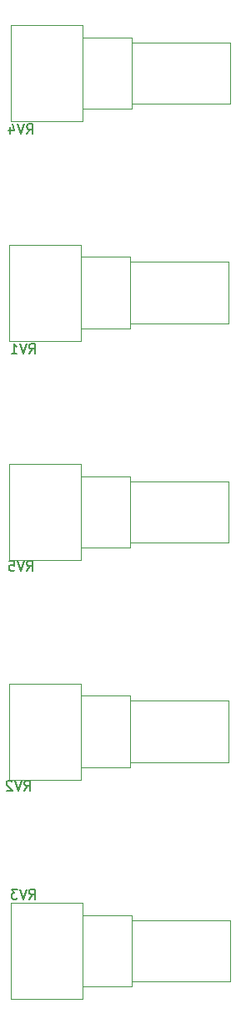
<source format=gbo>
G04 #@! TF.GenerationSoftware,KiCad,Pcbnew,(5.0.0-3-g5ebb6b6)*
G04 #@! TF.CreationDate,2019-04-25T19:55:12+02:00*
G04 #@! TF.ProjectId,pro3320,70726F333332302E6B696361645F7063,rev?*
G04 #@! TF.SameCoordinates,Original*
G04 #@! TF.FileFunction,Legend,Bot*
G04 #@! TF.FilePolarity,Positive*
%FSLAX46Y46*%
G04 Gerber Fmt 4.6, Leading zero omitted, Abs format (unit mm)*
G04 Created by KiCad (PCBNEW (5.0.0-3-g5ebb6b6)) date Thursday 25 April 2019 19:55:12*
%MOMM*%
%LPD*%
G01*
G04 APERTURE LIST*
%ADD10C,0.120000*%
%ADD11C,0.150000*%
G04 APERTURE END LIST*
D10*
G04 #@! TO.C,RV1*
X148579000Y-72648000D02*
X155869000Y-72648000D01*
X148579000Y-62908000D02*
X155869000Y-62908000D01*
X148579000Y-72648000D02*
X148579000Y-62908000D01*
X155869000Y-72648000D02*
X155869000Y-62908000D01*
X155869000Y-71398000D02*
X160869000Y-71398000D01*
X155869000Y-64158000D02*
X160869000Y-64158000D01*
X155869000Y-71398000D02*
X155869000Y-64158000D01*
X160869000Y-71398000D02*
X160869000Y-64158000D01*
X160869000Y-70898000D02*
X170869000Y-70898000D01*
X160869000Y-64658000D02*
X170869000Y-64658000D01*
X160869000Y-70898000D02*
X160869000Y-64658000D01*
X170869000Y-70898000D02*
X170869000Y-64658000D01*
G04 #@! TO.C,RV2*
X170869000Y-115348000D02*
X170869000Y-109108000D01*
X160869000Y-115348000D02*
X160869000Y-109108000D01*
X160869000Y-109108000D02*
X170869000Y-109108000D01*
X160869000Y-115348000D02*
X170869000Y-115348000D01*
X160869000Y-115848000D02*
X160869000Y-108608000D01*
X155869000Y-115848000D02*
X155869000Y-108608000D01*
X155869000Y-108608000D02*
X160869000Y-108608000D01*
X155869000Y-115848000D02*
X160869000Y-115848000D01*
X155869000Y-117098000D02*
X155869000Y-107358000D01*
X148579000Y-117098000D02*
X148579000Y-107358000D01*
X148579000Y-107358000D02*
X155869000Y-107358000D01*
X148579000Y-117098000D02*
X155869000Y-117098000D01*
G04 #@! TO.C,RV3*
X170996000Y-137573000D02*
X170996000Y-131333000D01*
X160996000Y-137573000D02*
X160996000Y-131333000D01*
X160996000Y-131333000D02*
X170996000Y-131333000D01*
X160996000Y-137573000D02*
X170996000Y-137573000D01*
X160996000Y-138073000D02*
X160996000Y-130833000D01*
X155996000Y-138073000D02*
X155996000Y-130833000D01*
X155996000Y-130833000D02*
X160996000Y-130833000D01*
X155996000Y-138073000D02*
X160996000Y-138073000D01*
X155996000Y-139323000D02*
X155996000Y-129583000D01*
X148706000Y-139323000D02*
X148706000Y-129583000D01*
X148706000Y-129583000D02*
X155996000Y-129583000D01*
X148706000Y-139323000D02*
X155996000Y-139323000D01*
G04 #@! TO.C,RV4*
X148706000Y-50423000D02*
X155996000Y-50423000D01*
X148706000Y-40683000D02*
X155996000Y-40683000D01*
X148706000Y-50423000D02*
X148706000Y-40683000D01*
X155996000Y-50423000D02*
X155996000Y-40683000D01*
X155996000Y-49173000D02*
X160996000Y-49173000D01*
X155996000Y-41933000D02*
X160996000Y-41933000D01*
X155996000Y-49173000D02*
X155996000Y-41933000D01*
X160996000Y-49173000D02*
X160996000Y-41933000D01*
X160996000Y-48673000D02*
X170996000Y-48673000D01*
X160996000Y-42433000D02*
X170996000Y-42433000D01*
X160996000Y-48673000D02*
X160996000Y-42433000D01*
X170996000Y-48673000D02*
X170996000Y-42433000D01*
G04 #@! TO.C,RV5*
X148579000Y-94873000D02*
X155869000Y-94873000D01*
X148579000Y-85133000D02*
X155869000Y-85133000D01*
X148579000Y-94873000D02*
X148579000Y-85133000D01*
X155869000Y-94873000D02*
X155869000Y-85133000D01*
X155869000Y-93623000D02*
X160869000Y-93623000D01*
X155869000Y-86383000D02*
X160869000Y-86383000D01*
X155869000Y-93623000D02*
X155869000Y-86383000D01*
X160869000Y-93623000D02*
X160869000Y-86383000D01*
X160869000Y-93123000D02*
X170869000Y-93123000D01*
X160869000Y-86883000D02*
X170869000Y-86883000D01*
X160869000Y-93123000D02*
X160869000Y-86883000D01*
X170869000Y-93123000D02*
X170869000Y-86883000D01*
G04 #@! TO.C,RV1*
D11*
X150595238Y-73952380D02*
X150928571Y-73476190D01*
X151166666Y-73952380D02*
X151166666Y-72952380D01*
X150785714Y-72952380D01*
X150690476Y-73000000D01*
X150642857Y-73047619D01*
X150595238Y-73142857D01*
X150595238Y-73285714D01*
X150642857Y-73380952D01*
X150690476Y-73428571D01*
X150785714Y-73476190D01*
X151166666Y-73476190D01*
X150309523Y-72952380D02*
X149976190Y-73952380D01*
X149642857Y-72952380D01*
X148785714Y-73952380D02*
X149357142Y-73952380D01*
X149071428Y-73952380D02*
X149071428Y-72952380D01*
X149166666Y-73095238D01*
X149261904Y-73190476D01*
X149357142Y-73238095D01*
G04 #@! TO.C,RV2*
X150095238Y-118202380D02*
X150428571Y-117726190D01*
X150666666Y-118202380D02*
X150666666Y-117202380D01*
X150285714Y-117202380D01*
X150190476Y-117250000D01*
X150142857Y-117297619D01*
X150095238Y-117392857D01*
X150095238Y-117535714D01*
X150142857Y-117630952D01*
X150190476Y-117678571D01*
X150285714Y-117726190D01*
X150666666Y-117726190D01*
X149809523Y-117202380D02*
X149476190Y-118202380D01*
X149142857Y-117202380D01*
X148857142Y-117297619D02*
X148809523Y-117250000D01*
X148714285Y-117202380D01*
X148476190Y-117202380D01*
X148380952Y-117250000D01*
X148333333Y-117297619D01*
X148285714Y-117392857D01*
X148285714Y-117488095D01*
X148333333Y-117630952D01*
X148904761Y-118202380D01*
X148285714Y-118202380D01*
G04 #@! TO.C,RV3*
X150595238Y-129202380D02*
X150928571Y-128726190D01*
X151166666Y-129202380D02*
X151166666Y-128202380D01*
X150785714Y-128202380D01*
X150690476Y-128250000D01*
X150642857Y-128297619D01*
X150595238Y-128392857D01*
X150595238Y-128535714D01*
X150642857Y-128630952D01*
X150690476Y-128678571D01*
X150785714Y-128726190D01*
X151166666Y-128726190D01*
X150309523Y-128202380D02*
X149976190Y-129202380D01*
X149642857Y-128202380D01*
X149404761Y-128202380D02*
X148785714Y-128202380D01*
X149119047Y-128583333D01*
X148976190Y-128583333D01*
X148880952Y-128630952D01*
X148833333Y-128678571D01*
X148785714Y-128773809D01*
X148785714Y-129011904D01*
X148833333Y-129107142D01*
X148880952Y-129154761D01*
X148976190Y-129202380D01*
X149261904Y-129202380D01*
X149357142Y-129154761D01*
X149404761Y-129107142D01*
G04 #@! TO.C,RV4*
X150345238Y-51702380D02*
X150678571Y-51226190D01*
X150916666Y-51702380D02*
X150916666Y-50702380D01*
X150535714Y-50702380D01*
X150440476Y-50750000D01*
X150392857Y-50797619D01*
X150345238Y-50892857D01*
X150345238Y-51035714D01*
X150392857Y-51130952D01*
X150440476Y-51178571D01*
X150535714Y-51226190D01*
X150916666Y-51226190D01*
X150059523Y-50702380D02*
X149726190Y-51702380D01*
X149392857Y-50702380D01*
X148630952Y-51035714D02*
X148630952Y-51702380D01*
X148869047Y-50654761D02*
X149107142Y-51369047D01*
X148488095Y-51369047D01*
G04 #@! TO.C,RV5*
X150345238Y-95952380D02*
X150678571Y-95476190D01*
X150916666Y-95952380D02*
X150916666Y-94952380D01*
X150535714Y-94952380D01*
X150440476Y-95000000D01*
X150392857Y-95047619D01*
X150345238Y-95142857D01*
X150345238Y-95285714D01*
X150392857Y-95380952D01*
X150440476Y-95428571D01*
X150535714Y-95476190D01*
X150916666Y-95476190D01*
X150059523Y-94952380D02*
X149726190Y-95952380D01*
X149392857Y-94952380D01*
X148583333Y-94952380D02*
X149059523Y-94952380D01*
X149107142Y-95428571D01*
X149059523Y-95380952D01*
X148964285Y-95333333D01*
X148726190Y-95333333D01*
X148630952Y-95380952D01*
X148583333Y-95428571D01*
X148535714Y-95523809D01*
X148535714Y-95761904D01*
X148583333Y-95857142D01*
X148630952Y-95904761D01*
X148726190Y-95952380D01*
X148964285Y-95952380D01*
X149059523Y-95904761D01*
X149107142Y-95857142D01*
G04 #@! TD*
M02*

</source>
